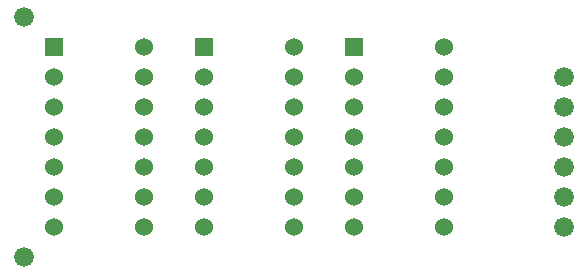
<source format=gbr>
G04 start of page 9 for group 7 idx 7 *
G04 Title: (unknown), spare *
G04 Creator: pcb 20140316 *
G04 CreationDate: Sat 19 Jun 2021 08:46:57 PM GMT UTC *
G04 For: steve *
G04 Format: Gerber/RS-274X *
G04 PCB-Dimensions (mil): 2000.00 1000.00 *
G04 PCB-Coordinate-Origin: lower left *
%MOIN*%
%FSLAX25Y25*%
%LNGROUP7*%
%ADD49C,0.0280*%
%ADD48C,0.0300*%
%ADD47C,0.0660*%
%ADD46C,0.0600*%
%ADD45C,0.0001*%
G54D45*G36*
X17000Y83000D02*Y77000D01*
X23000D01*
Y83000D01*
X17000D01*
G37*
G54D46*X20000Y70000D03*
Y60000D03*
X50000Y40000D03*
Y50000D03*
Y60000D03*
Y70000D03*
Y80000D03*
G54D45*G36*
X67000Y83000D02*Y77000D01*
X73000D01*
Y83000D01*
X67000D01*
G37*
G54D46*X70000Y70000D03*
Y60000D03*
Y50000D03*
Y40000D03*
Y30000D03*
Y20000D03*
X20000Y50000D03*
Y40000D03*
Y30000D03*
Y20000D03*
X50000D03*
Y30000D03*
X100000Y20000D03*
X150000D03*
X100000Y30000D03*
X150000D03*
Y40000D03*
X100000D03*
Y50000D03*
Y60000D03*
Y70000D03*
Y80000D03*
G54D45*G36*
X117000Y83000D02*Y77000D01*
X123000D01*
Y83000D01*
X117000D01*
G37*
G54D46*X120000Y70000D03*
Y60000D03*
Y50000D03*
X150000D03*
Y60000D03*
Y70000D03*
Y80000D03*
X120000Y40000D03*
Y30000D03*
Y20000D03*
G54D47*X10000Y90000D03*
X190000Y40000D03*
Y30000D03*
Y50000D03*
Y60000D03*
Y70000D03*
Y20000D03*
X10000Y10000D03*
G54D48*G54D49*M02*

</source>
